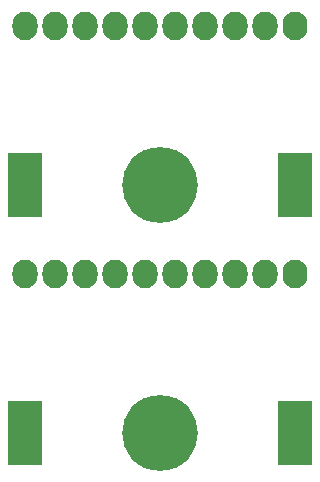
<source format=gbs>
G04 #@! TF.FileFunction,Soldermask,Bot*
%FSLAX46Y46*%
G04 Gerber Fmt 4.6, Leading zero omitted, Abs format (unit mm)*
G04 Created by KiCad (PCBNEW 4.0.2+dfsg1-stable) date 2017年01月10日 18時20分23秒*
%MOMM*%
G01*
G04 APERTURE LIST*
%ADD10C,0.100000*%
%ADD11O,6.400000X6.400000*%
%ADD12R,2.900000X5.500000*%
%ADD13O,2.100000X2.432000*%
%ADD14O,2.127200X2.432000*%
G04 APERTURE END LIST*
D10*
D11*
X156743400Y-86893400D03*
D12*
X168193400Y-86893400D03*
X145293400Y-86893400D03*
D13*
X168173400Y-73431400D03*
D14*
X165633400Y-73431400D03*
X163093400Y-73431400D03*
X160553400Y-73431400D03*
X158013400Y-73431400D03*
X155473400Y-73431400D03*
X152933400Y-73431400D03*
X150393400Y-73431400D03*
X147853400Y-73431400D03*
X145313400Y-73431400D03*
D13*
X168173400Y-94411800D03*
D14*
X165633400Y-94411800D03*
X163093400Y-94411800D03*
X160553400Y-94411800D03*
X158013400Y-94411800D03*
X155473400Y-94411800D03*
X152933400Y-94411800D03*
X150393400Y-94411800D03*
X147853400Y-94411800D03*
X145313400Y-94411800D03*
D11*
X156743400Y-107873800D03*
D12*
X168193400Y-107873800D03*
X145293400Y-107873800D03*
M02*

</source>
